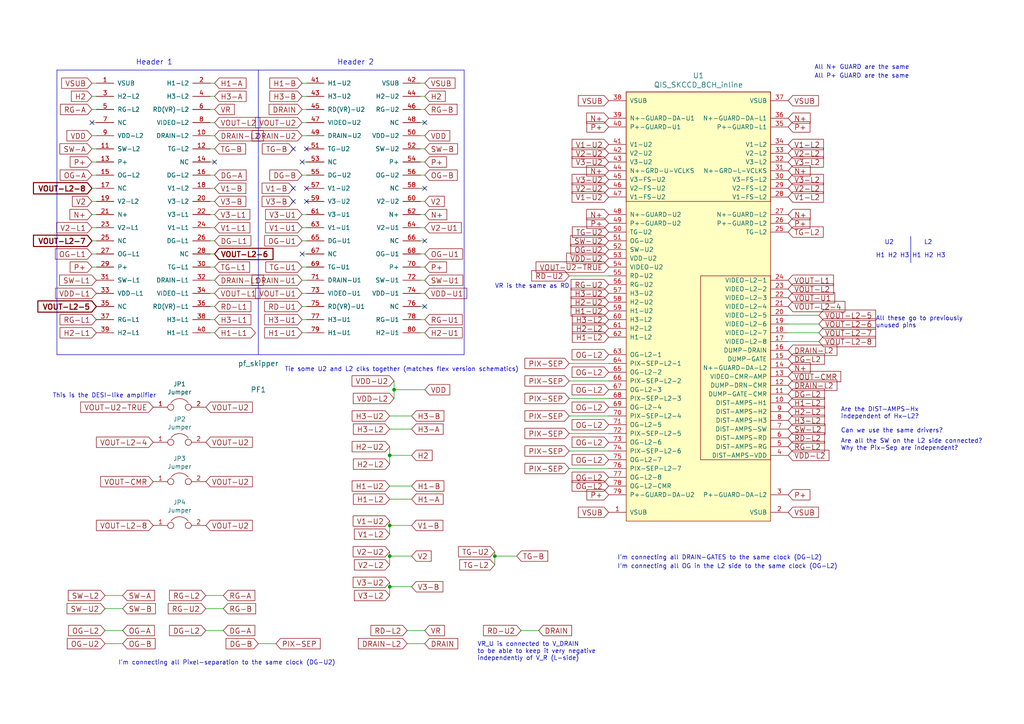
<source format=kicad_sch>
(kicad_sch (version 20230121) (generator eeschema)
  (paper "A4")
  (lib_symbols
    (symbol "mas_8ch_pf-rescue:Jumper-Device-qis_8ch_inline_pf-rescue" (pin_names (offset 0.762) hide)
      (property "Reference" "JP" (at 0 3.81 0))
      (property "Value" "qis_8ch_inline_pf-rescue_Jumper-Device" (at 0 -2.032 0))
      (symbol "Jumper-Device-qis_8ch_inline_pf-rescue_0_1"
        (pin passive line (at -7.62 0 0) (length 4.191) (name "1") (number "1"))
        (pin passive line (at 7.62 0 180) (length 4.191) (name "2") (number "2"))
      )
    )
    (symbol "mas_8ch_pf-rescue:QIS_SKCCD_8CH_inline-qis-qis_8ch_inline_pf-rescue" (pin_names (offset 1.016))
      (property "Reference" "U1" (at 1.905 78.4098 0))
      (property "Value" "QIS_SKCCD_8CH_inline" (at 1.905 75.7174 0))
      (symbol "QIS_SKCCD_8CH_inline-qis-qis_8ch_inline_pf-rescue_1_1"
        (pin bidirectional line (at -24.13 -48.26 0) (length 5.08) (name "VSUB") (number "1"))
        (pin bidirectional line (at 27.94 -16.51 180) (length 5.08) (name "DIST-AMPS-H1") (number "10"))
        (pin bidirectional line (at 27.94 -13.97 180) (length 5.08) (name "DUMP-GATE-CMR") (number "11"))
        (pin bidirectional line (at 27.94 -11.43 180) (length 5.08) (name "DUMP-DRN-CMR") (number "12"))
        (pin bidirectional line (at 27.94 -8.89 180) (length 5.08) (name "VIDEO-CMR-AMP") (number "13"))
        (pin bidirectional line (at 27.94 -6.35 180) (length 5.08) (name "N+-GUARD-DA-L2") (number "14"))
        (pin bidirectional line (at 27.94 -3.81 180) (length 5.08) (name "DUMP-GATE") (number "15"))
        (pin bidirectional line (at 27.94 -1.27 180) (length 5.08) (name "DUMP-DRAIN") (number "16"))
        (pin bidirectional line (at 27.94 1.27 180) (length 5.08) (name "VIDEO-L2-8") (number "17"))
        (pin bidirectional line (at 27.94 3.81 180) (length 5.08) (name "VIDEO-L2-7") (number "18"))
        (pin bidirectional line (at 27.94 6.35 180) (length 5.08) (name "VIDEO-L2-6") (number "19"))
        (pin bidirectional line (at 27.94 -48.26 180) (length 5.08) (name "VSUB") (number "2"))
        (pin bidirectional line (at 27.94 8.89 180) (length 5.08) (name "VIDEO-L2-5") (number "20"))
        (pin bidirectional line (at 27.94 11.43 180) (length 5.08) (name "VIDEO-L2-4") (number "21"))
        (pin bidirectional line (at 27.94 13.97 180) (length 5.08) (name "VIDEO-L2-3") (number "22"))
        (pin bidirectional line (at 27.94 16.51 180) (length 5.08) (name "VIDEO-L2-2") (number "23"))
        (pin bidirectional line (at 27.94 19.05 180) (length 5.08) (name "VIDEO-L2-1") (number "24"))
        (pin bidirectional line (at 27.94 33.02 180) (length 5.08) (name "TG-L2") (number "25"))
        (pin bidirectional line (at 27.94 35.56 180) (length 5.08) (name "P+-GUARD-L2") (number "26"))
        (pin bidirectional line (at 27.94 38.1 180) (length 5.08) (name "N+-GUARD-L2") (number "27"))
        (pin bidirectional line (at 27.94 43.18 180) (length 5.08) (name "V1-FS-L2") (number "28"))
        (pin bidirectional line (at 27.94 45.72 180) (length 5.08) (name "V2-FS-L2") (number "29"))
        (pin bidirectional line (at 27.94 -43.18 180) (length 5.08) (name "P+-GUARD-DA-L2") (number "3"))
        (pin bidirectional line (at 27.94 48.26 180) (length 5.08) (name "V3-FS-L2") (number "30"))
        (pin bidirectional line (at 27.94 50.8 180) (length 5.08) (name "N+-GRD-L-VCLKS") (number "31"))
        (pin bidirectional line (at 27.94 53.34 180) (length 5.08) (name "V3-L2") (number "32"))
        (pin bidirectional line (at 27.94 55.88 180) (length 5.08) (name "V2-L2") (number "33"))
        (pin bidirectional line (at 27.94 58.42 180) (length 5.08) (name "V1-L2") (number "34"))
        (pin bidirectional line (at 27.94 63.5 180) (length 5.08) (name "P+-GUARD-L1") (number "35"))
        (pin bidirectional line (at 27.94 66.04 180) (length 5.08) (name "N+-GUARD-DA-L1") (number "36"))
        (pin bidirectional line (at 27.94 71.12 180) (length 5.08) (name "VSUB") (number "37"))
        (pin bidirectional line (at -24.13 71.12 0) (length 5.08) (name "VSUB") (number "38"))
        (pin bidirectional line (at -24.13 66.04 0) (length 5.08) (name "N+-GUARD-DA-U1") (number "39"))
        (pin bidirectional line (at 27.94 -31.75 180) (length 5.08) (name "DIST-AMPS-VDD") (number "4"))
        (pin bidirectional line (at -24.13 63.5 0) (length 5.08) (name "P+-GUARD-U1") (number "40"))
        (pin bidirectional line (at -24.13 58.42 0) (length 5.08) (name "V1-U2") (number "41"))
        (pin bidirectional line (at -24.13 55.88 0) (length 5.08) (name "V2-U2") (number "42"))
        (pin bidirectional line (at -24.13 53.34 0) (length 5.08) (name "V3-U2") (number "43"))
        (pin bidirectional line (at -24.13 50.8 0) (length 5.08) (name "N+-GRD-U-VCLKS") (number "44"))
        (pin bidirectional line (at -24.13 48.26 0) (length 5.08) (name "V3-FS-U2") (number "45"))
        (pin bidirectional line (at -24.13 45.72 0) (length 5.08) (name "V2-FS-U2") (number "46"))
        (pin bidirectional line (at -24.13 43.18 0) (length 5.08) (name "V1-FS-U2") (number "47"))
        (pin bidirectional line (at -24.13 38.1 0) (length 5.08) (name "N+-GUARD-U2") (number "48"))
        (pin bidirectional line (at -24.13 35.56 0) (length 5.08) (name "P+-GUARD-U2") (number "49"))
        (pin bidirectional line (at 27.94 -29.21 180) (length 5.08) (name "DIST-AMPS-RG") (number "5"))
        (pin bidirectional line (at -24.13 33.02 0) (length 5.08) (name "TG-U2") (number "50"))
        (pin bidirectional line (at -24.13 30.48 0) (length 5.08) (name "OG-U2") (number "51"))
        (pin bidirectional line (at -24.13 27.94 0) (length 5.08) (name "SW-U2") (number "52"))
        (pin bidirectional line (at -24.13 25.4 0) (length 5.08) (name "VDD-U2") (number "53"))
        (pin bidirectional line (at -24.13 22.86 0) (length 5.08) (name "VIDEO-U2") (number "54"))
        (pin bidirectional line (at -24.13 20.32 0) (length 5.08) (name "RD-U2") (number "55"))
        (pin bidirectional line (at -24.13 17.78 0) (length 5.08) (name "RG-U2") (number "56"))
        (pin bidirectional line (at -24.13 15.24 0) (length 5.08) (name "H3-U2") (number "57"))
        (pin bidirectional line (at -24.13 12.7 0) (length 5.08) (name "H2-U2") (number "58"))
        (pin bidirectional line (at -24.13 10.16 0) (length 5.08) (name "H1-U2") (number "59"))
        (pin bidirectional line (at 27.94 -26.67 180) (length 5.08) (name "DIST-AMPS-RD") (number "6"))
        (pin bidirectional line (at -24.13 7.62 0) (length 5.08) (name "H3-L2") (number "60"))
        (pin bidirectional line (at -24.13 5.08 0) (length 5.08) (name "H2-L2") (number "61"))
        (pin bidirectional line (at -24.13 2.54 0) (length 5.08) (name "H1-L2") (number "62"))
        (pin bidirectional line (at -24.13 -2.54 0) (length 5.08) (name "OG-L2-1") (number "63"))
        (pin bidirectional line (at -24.13 -5.08 0) (length 5.08) (name "PIX-SEP-L2-1") (number "64"))
        (pin bidirectional line (at -24.13 -7.62 0) (length 5.08) (name "OG-L2-2") (number "65"))
        (pin bidirectional line (at -24.13 -10.16 0) (length 5.08) (name "PIX-SEP-L2-2") (number "66"))
        (pin bidirectional line (at -24.13 -12.7 0) (length 5.08) (name "OG-L2-3") (number "67"))
        (pin bidirectional line (at -24.13 -15.24 0) (length 5.08) (name "PIX-SEP-L2-3") (number "68"))
        (pin bidirectional line (at -24.13 -17.78 0) (length 5.08) (name "OG-L2-4") (number "69"))
        (pin bidirectional line (at 27.94 -24.13 180) (length 5.08) (name "DIST-AMPS-SW") (number "7"))
        (pin bidirectional line (at -24.13 -20.32 0) (length 5.08) (name "PIX-SEP-L2-4") (number "70"))
        (pin bidirectional line (at -24.13 -22.86 0) (length 5.08) (name "OG-L2-5") (number "71"))
        (pin bidirectional line (at -24.13 -25.4 0) (length 5.08) (name "PIX-SEP-L2-5") (number "72"))
        (pin bidirectional line (at -24.13 -27.94 0) (length 5.08) (name "OG-L2-6") (number "73"))
        (pin bidirectional line (at -24.13 -30.48 0) (length 5.08) (name "PIX-SEP-L2-6") (number "74"))
        (pin bidirectional line (at -24.13 -33.02 0) (length 5.08) (name "OG-L2-7") (number "75"))
        (pin bidirectional line (at -24.13 -35.56 0) (length 5.08) (name "PIX-SEP-L2-7") (number "76"))
        (pin bidirectional line (at -24.13 -38.1 0) (length 5.08) (name "OG-L2-8") (number "77"))
        (pin bidirectional line (at -24.13 -40.64 0) (length 5.08) (name "OG-L2-CMR") (number "78"))
        (pin bidirectional line (at -24.13 -43.18 0) (length 5.08) (name "P+-GUARD-DA-U2") (number "79"))
        (pin bidirectional line (at 27.94 -21.59 180) (length 5.08) (name "DIST-AMPS-H3") (number "8"))
        (pin bidirectional line (at 27.94 -19.05 180) (length 5.08) (name "DIST-AMPS-H2") (number "9"))
      )
    )
    (symbol "mas_8ch_pf-rescue:pf_skipper-smallSkipperPF-rescue" (pin_names (offset 1.016))
      (property "Reference" "PF" (at 0 -50.8 0))
      (property "Value" "smallSkipperPF-rescue_pf_skipper" (at 0 -43.18 0))
      (symbol "pf_skipper-smallSkipperPF-rescue_1_1"
        (pin input line (at -46.99 38.1 0) (length 5.08) (name "VSUB") (number "1"))
        (pin input line (at -13.97 22.86 180) (length 5.08) (name "DRAIN-L2") (number "10"))
        (pin input line (at -46.99 19.05 0) (length 5.08) (name "SW-L2") (number "11"))
        (pin input line (at -13.97 19.05 180) (length 5.08) (name "TG-L2") (number "12"))
        (pin input line (at -46.99 15.24 0) (length 5.08) (name "P+") (number "13"))
        (pin input line (at -13.97 15.24 180) (length 5.08) (name "NC") (number "14"))
        (pin input line (at -46.99 11.43 0) (length 5.08) (name "OG-L2") (number "15"))
        (pin input line (at -13.97 11.43 180) (length 5.08) (name "DG-L2") (number "16"))
        (pin input line (at -46.99 7.62 0) (length 5.08) (name "NC") (number "17"))
        (pin input line (at -13.97 7.62 180) (length 5.08) (name "V1-L2") (number "18"))
        (pin input line (at -46.99 3.81 0) (length 5.08) (name "V2-L2") (number "19"))
        (pin input line (at -13.97 38.1 180) (length 5.08) (name "H1-L2") (number "2"))
        (pin input line (at -13.97 3.81 180) (length 5.08) (name "V3-L2") (number "20"))
        (pin input line (at -46.99 0 0) (length 5.08) (name "N+") (number "21"))
        (pin input line (at -13.97 0 180) (length 5.08) (name "V3-L1") (number "22"))
        (pin input line (at -46.99 -3.81 0) (length 5.08) (name "V2-L1") (number "23"))
        (pin input line (at -13.97 -3.81 180) (length 5.08) (name "V1-L1") (number "24"))
        (pin input line (at -46.99 -7.62 0) (length 5.08) (name "NC") (number "25"))
        (pin input line (at -13.97 -7.62 180) (length 5.08) (name "DG-L1") (number "26"))
        (pin input line (at -46.99 -11.43 0) (length 5.08) (name "OG-L1") (number "27"))
        (pin input line (at -13.97 -11.43 180) (length 5.08) (name "NC") (number "28"))
        (pin input line (at -46.99 -15.24 0) (length 5.08) (name "P+") (number "29"))
        (pin input line (at -46.99 34.29 0) (length 5.08) (name "H2-L2") (number "3"))
        (pin input line (at -13.97 -15.24 180) (length 5.08) (name "TG-L1") (number "30"))
        (pin input line (at -46.99 -19.05 0) (length 5.08) (name "SW-L1") (number "31"))
        (pin input line (at -13.97 -19.05 180) (length 5.08) (name "DRAIN-L1") (number "32"))
        (pin input line (at -46.99 -22.86 0) (length 5.08) (name "VDD-L1") (number "33"))
        (pin input line (at -13.97 -22.86 180) (length 5.08) (name "VIDEO-L1") (number "34"))
        (pin input line (at -46.99 -26.67 0) (length 5.08) (name "NC") (number "35"))
        (pin input line (at -13.97 -26.67 180) (length 5.08) (name "RD(VR)-L1") (number "36"))
        (pin input line (at -46.99 -30.48 0) (length 5.08) (name "RG-L1") (number "37"))
        (pin input line (at -13.97 -30.48 180) (length 5.08) (name "H3-L1") (number "38"))
        (pin input line (at -46.99 -34.29 0) (length 5.08) (name "H2-L1") (number "39"))
        (pin input line (at -13.97 34.29 180) (length 5.08) (name "H3-L2") (number "4"))
        (pin input line (at -13.97 -34.29 180) (length 5.08) (name "H1-L1") (number "40"))
        (pin input line (at 13.97 38.1 0) (length 5.08) (name "H1-U2") (number "41"))
        (pin input line (at 46.99 38.1 180) (length 5.08) (name "VSUB") (number "42"))
        (pin input line (at 13.97 34.29 0) (length 5.08) (name "H3-U2") (number "43"))
        (pin input line (at 46.99 34.29 180) (length 5.08) (name "H2-U2") (number "44"))
        (pin input line (at 13.97 30.48 0) (length 5.08) (name "RD(VR)-U2") (number "45"))
        (pin input line (at 46.99 30.48 180) (length 5.08) (name "RG-U2") (number "46"))
        (pin input line (at 13.97 26.67 0) (length 5.08) (name "VIDEO-U2") (number "47"))
        (pin input line (at 46.99 26.67 180) (length 5.08) (name "NC") (number "48"))
        (pin input line (at 13.97 22.86 0) (length 5.08) (name "DRAIN-U2") (number "49"))
        (pin input line (at -46.99 30.48 0) (length 5.08) (name "RG-L2") (number "5"))
        (pin input line (at 46.99 22.86 180) (length 5.08) (name "VDD-U2") (number "50"))
        (pin input line (at 13.97 19.05 0) (length 5.08) (name "TG-U2") (number "51"))
        (pin input line (at 46.99 19.05 180) (length 5.08) (name "SW-U2") (number "52"))
        (pin input line (at 13.97 15.24 0) (length 5.08) (name "NC") (number "53"))
        (pin input line (at 46.99 15.24 180) (length 5.08) (name "P+") (number "54"))
        (pin input line (at 13.97 11.43 0) (length 5.08) (name "DG-U2") (number "55"))
        (pin input line (at 46.99 11.43 180) (length 5.08) (name "OG-U2") (number "56"))
        (pin input line (at 13.97 7.62 0) (length 5.08) (name "V1-U2") (number "57"))
        (pin input line (at 46.99 7.62 180) (length 5.08) (name "NC") (number "58"))
        (pin input line (at 13.97 3.81 0) (length 5.08) (name "V3-U2") (number "59"))
        (pin input line (at -13.97 30.48 180) (length 5.08) (name "RD(VR)-L2") (number "6"))
        (pin input line (at 46.99 3.81 180) (length 5.08) (name "V2-U2") (number "60"))
        (pin input line (at 13.97 0 0) (length 5.08) (name "V3-U1") (number "61"))
        (pin input line (at 46.99 0 180) (length 5.08) (name "N+") (number "62"))
        (pin input line (at 13.97 -3.81 0) (length 5.08) (name "V1-U1") (number "63"))
        (pin input line (at 46.99 -3.81 180) (length 5.08) (name "V2-U1") (number "64"))
        (pin input line (at 13.97 -7.62 0) (length 5.08) (name "DG-U1") (number "65"))
        (pin input line (at 46.99 -7.62 180) (length 5.08) (name "NC") (number "66"))
        (pin input line (at 13.97 -11.43 0) (length 5.08) (name "NC") (number "67"))
        (pin input line (at 46.99 -11.43 180) (length 5.08) (name "OG-U1") (number "68"))
        (pin input line (at 13.97 -15.24 0) (length 5.08) (name "TG-U1") (number "69"))
        (pin input line (at -46.99 26.67 0) (length 5.08) (name "NC") (number "7"))
        (pin input line (at 46.99 -15.24 180) (length 5.08) (name "P+") (number "70"))
        (pin input line (at 13.97 -19.05 0) (length 5.08) (name "DRAIN-U1") (number "71"))
        (pin input line (at 46.99 -19.05 180) (length 5.08) (name "SW-U1") (number "72"))
        (pin input line (at 13.97 -22.86 0) (length 5.08) (name "VIDEO-U1") (number "73"))
        (pin input line (at 46.99 -22.86 180) (length 5.08) (name "VDD-U1") (number "74"))
        (pin input line (at 13.97 -26.67 0) (length 5.08) (name "RD(VR)-U1") (number "75"))
        (pin input line (at 46.99 -26.67 180) (length 5.08) (name "NC") (number "76"))
        (pin input line (at 13.97 -30.48 0) (length 5.08) (name "H3-U1") (number "77"))
        (pin input line (at 46.99 -30.48 180) (length 5.08) (name "RG-U1") (number "78"))
        (pin input line (at 13.97 -34.29 0) (length 5.08) (name "H1-U1") (number "79"))
        (pin input line (at -13.97 26.67 180) (length 5.08) (name "VIDEO-L2") (number "8"))
        (pin input line (at 46.99 -34.29 180) (length 5.08) (name "H2-U1") (number "80"))
        (pin input line (at -46.99 22.86 0) (length 5.08) (name "VDD-L2") (number "9"))
      )
    )
  )
  (junction (at 113.03 132.08))
  (junction (at 113.03 161.29))
  (junction (at 114.3 113.03))
  (junction (at 113.03 170.18))
  (junction (at 113.03 152.4))
  (junction (at 143.51 161.29))
  (no_connect (at 62.23 46.99))
  (no_connect (at 26.67 35.56))
  (no_connect (at 88.9 43.18))
  (no_connect (at 88.9 58.42))
  (no_connect (at 123.19 54.61))
  (no_connect (at 123.19 35.56))
  (no_connect (at 85.09 54.61))
  (no_connect (at 88.9 54.61))
  (no_connect (at 85.09 43.18))
  (no_connect (at 123.19 69.85))
  (no_connect (at 123.19 88.9))
  (no_connect (at 85.09 58.42))
  (no_connect (at 87.63 73.66))
  (no_connect (at 87.63 46.99))
  (wire (pts (xy 62.23 24.13) (xy 60.96 24.13)))
  (wire (pts (xy 113.03 151.13) (xy 113.03 152.4)))
  (wire (pts (xy 62.23 62.23) (xy 60.96 62.23)))
  (wire (pts (xy 60.96 66.04) (xy 62.23 66.04)))
  (wire (pts (xy 121.92 46.99) (xy 123.19 46.99)))
  (wire (pts (xy 27.94 77.47) (xy 26.67 77.47)))
  (wire (pts (xy 114.3 113.03) (xy 123.19 113.03)))
  (wire (pts (xy 113.03 140.97) (xy 119.38 140.97)))
  (wire (pts (xy 30.48 186.69) (xy 35.56 186.69)))
  (wire (pts (xy 60.96 85.09) (xy 62.23 85.09)))
  (wire (pts (xy 88.9 81.28) (xy 87.63 81.28)))
  (wire (pts (xy 59.69 172.72) (xy 64.77 172.72)))
  (wire (pts (xy 62.23 54.61) (xy 60.96 54.61)))
  (wire (pts (xy 123.19 58.42) (xy 121.92 58.42)))
  (wire (pts (xy 165.1 80.01) (xy 176.53 80.01)))
  (wire (pts (xy 123.19 81.28) (xy 121.92 81.28)))
  (wire (pts (xy 176.53 110.49) (xy 165.1 110.49)))
  (wire (pts (xy 228.6 99.06) (xy 237.49 99.06)))
  (wire (pts (xy 27.94 69.85) (xy 26.67 69.85)))
  (wire (pts (xy 123.19 27.94) (xy 121.92 27.94)))
  (polyline (pts (xy 134.62 20.32) (xy 134.62 102.87)))
  (wire (pts (xy 176.53 130.81) (xy 165.1 130.81)))
  (wire (pts (xy 123.19 88.9) (xy 121.92 88.9)))
  (wire (pts (xy 88.9 35.56) (xy 87.63 35.56)))
  (wire (pts (xy 26.67 73.66) (xy 27.94 73.66)))
  (wire (pts (xy 113.03 168.91) (xy 113.03 170.18)))
  (wire (pts (xy 74.93 186.69) (xy 80.01 186.69)))
  (wire (pts (xy 121.92 43.18) (xy 123.19 43.18)))
  (wire (pts (xy 121.92 66.04) (xy 123.19 66.04)))
  (polyline (pts (xy 16.51 102.87) (xy 16.51 20.32)))
  (wire (pts (xy 113.03 129.54) (xy 113.03 132.08)))
  (wire (pts (xy 113.03 120.65) (xy 119.38 120.65)))
  (wire (pts (xy 113.03 161.29) (xy 113.03 163.83)))
  (wire (pts (xy 60.96 81.28) (xy 62.23 81.28)))
  (wire (pts (xy 114.3 110.49) (xy 114.3 113.03)))
  (wire (pts (xy 30.48 172.72) (xy 35.56 172.72)))
  (wire (pts (xy 60.96 73.66) (xy 62.23 73.66)))
  (wire (pts (xy 143.51 161.29) (xy 149.86 161.29)))
  (wire (pts (xy 113.03 170.18) (xy 113.03 172.72)))
  (wire (pts (xy 123.19 85.09) (xy 121.92 85.09)))
  (wire (pts (xy 113.03 132.08) (xy 119.38 132.08)))
  (wire (pts (xy 123.19 96.52) (xy 121.92 96.52)))
  (wire (pts (xy 88.9 73.66) (xy 87.63 73.66)))
  (wire (pts (xy 26.67 66.04) (xy 27.94 66.04)))
  (wire (pts (xy 87.63 66.04) (xy 88.9 66.04)))
  (wire (pts (xy 113.03 161.29) (xy 119.38 161.29)))
  (wire (pts (xy 30.48 182.88) (xy 35.56 182.88)))
  (wire (pts (xy 118.11 186.69) (xy 123.19 186.69)))
  (wire (pts (xy 113.03 124.46) (xy 119.38 124.46)))
  (wire (pts (xy 176.53 115.57) (xy 165.1 115.57)))
  (wire (pts (xy 87.63 46.99) (xy 88.9 46.99)))
  (wire (pts (xy 113.03 152.4) (xy 119.38 152.4)))
  (wire (pts (xy 62.23 92.71) (xy 60.96 92.71)))
  (wire (pts (xy 143.51 161.29) (xy 143.51 163.83)))
  (wire (pts (xy 121.92 62.23) (xy 123.19 62.23)))
  (wire (pts (xy 113.03 160.02) (xy 113.03 161.29)))
  (polyline (pts (xy 74.93 20.32) (xy 74.93 102.87)))
  (wire (pts (xy 88.9 92.71) (xy 87.63 92.71)))
  (wire (pts (xy 60.96 69.85) (xy 62.23 69.85)))
  (wire (pts (xy 60.96 39.37) (xy 62.23 39.37)))
  (wire (pts (xy 87.63 69.85) (xy 88.9 69.85)))
  (wire (pts (xy 26.67 54.61) (xy 27.94 54.61)))
  (wire (pts (xy 26.67 35.56) (xy 27.94 35.56)))
  (wire (pts (xy 30.48 176.53) (xy 35.56 176.53)))
  (wire (pts (xy 27.94 43.18) (xy 26.67 43.18)))
  (wire (pts (xy 88.9 62.23) (xy 87.63 62.23)))
  (wire (pts (xy 59.69 182.88) (xy 64.77 182.88)))
  (wire (pts (xy 60.96 43.18) (xy 62.23 43.18)))
  (wire (pts (xy 60.96 50.8) (xy 62.23 50.8)))
  (wire (pts (xy 26.67 39.37) (xy 27.94 39.37)))
  (wire (pts (xy 176.53 135.89) (xy 165.1 135.89)))
  (wire (pts (xy 88.9 50.8) (xy 87.63 50.8)))
  (wire (pts (xy 121.92 35.56) (xy 123.19 35.56)))
  (wire (pts (xy 113.03 152.4) (xy 113.03 154.94)))
  (wire (pts (xy 237.49 96.52) (xy 228.6 96.52)))
  (wire (pts (xy 62.23 46.99) (xy 60.96 46.99)))
  (polyline (pts (xy 16.51 102.87) (xy 134.62 102.87)))
  (wire (pts (xy 87.63 31.75) (xy 88.9 31.75)))
  (wire (pts (xy 118.11 182.88) (xy 123.19 182.88)))
  (wire (pts (xy 26.67 46.99) (xy 27.94 46.99)))
  (wire (pts (xy 62.23 96.52) (xy 60.96 96.52)))
  (wire (pts (xy 26.67 58.42) (xy 27.94 58.42)))
  (wire (pts (xy 27.94 62.23) (xy 26.67 62.23)))
  (wire (pts (xy 123.19 39.37) (xy 121.92 39.37)))
  (wire (pts (xy 176.53 125.73) (xy 165.1 125.73)))
  (wire (pts (xy 60.96 35.56) (xy 62.23 35.56)))
  (wire (pts (xy 237.49 91.44) (xy 228.6 91.44)))
  (wire (pts (xy 228.6 93.98) (xy 237.49 93.98)))
  (wire (pts (xy 123.19 77.47) (xy 121.92 77.47)))
  (wire (pts (xy 87.63 27.94) (xy 88.9 27.94)))
  (wire (pts (xy 121.92 54.61) (xy 123.19 54.61)))
  (wire (pts (xy 113.03 170.18) (xy 119.38 170.18)))
  (wire (pts (xy 88.9 39.37) (xy 87.63 39.37)))
  (wire (pts (xy 87.63 88.9) (xy 88.9 88.9)))
  (wire (pts (xy 123.19 92.71) (xy 121.92 92.71)))
  (wire (pts (xy 123.19 24.13) (xy 121.92 24.13)))
  (wire (pts (xy 87.63 96.52) (xy 88.9 96.52)))
  (wire (pts (xy 87.63 24.13) (xy 88.9 24.13)))
  (polyline (pts (xy 16.51 20.32) (xy 134.62 20.32)))
  (wire (pts (xy 60.96 31.75) (xy 62.23 31.75)))
  (wire (pts (xy 59.69 176.53) (xy 64.77 176.53)))
  (wire (pts (xy 26.67 24.13) (xy 27.94 24.13)))
  (wire (pts (xy 26.67 31.75) (xy 27.94 31.75)))
  (wire (pts (xy 62.23 88.9) (xy 60.96 88.9)))
  (wire (pts (xy 113.03 132.08) (xy 113.03 134.62)))
  (wire (pts (xy 87.63 77.47) (xy 88.9 77.47)))
  (wire (pts (xy 121.92 50.8) (xy 123.19 50.8)))
  (wire (pts (xy 60.96 77.47) (xy 62.23 77.47)))
  (wire (pts (xy 62.23 27.94) (xy 60.96 27.94)))
  (wire (pts (xy 176.53 120.65) (xy 165.1 120.65)))
  (wire (pts (xy 113.03 144.78) (xy 119.38 144.78)))
  (wire (pts (xy 123.19 69.85) (xy 121.92 69.85)))
  (polyline (pts (xy 264.16 68.58) (xy 264.16 76.2)))
  (wire (pts (xy 60.96 58.42) (xy 62.23 58.42)))
  (wire (pts (xy 88.9 85.09) (xy 87.63 85.09)))
  (wire (pts (xy 123.19 73.66) (xy 121.92 73.66)))
  (wire (pts (xy 26.67 27.94) (xy 27.94 27.94)))
  (wire (pts (xy 114.3 113.03) (xy 114.3 115.57)))
  (wire (pts (xy 151.13 182.88) (xy 156.21 182.88)))
  (wire (pts (xy 176.53 105.41) (xy 165.1 105.41)))
  (wire (pts (xy 27.94 50.8) (xy 26.67 50.8)))
  (wire (pts (xy 121.92 31.75) (xy 123.19 31.75)))
  (wire (pts (xy 143.51 160.02) (xy 143.51 161.29)))
  (text "U2" (at 256.54 71.12 0) (effects (font (size 1.27 1.27)) (justify left bottom)))
  (text "Are all the SW on the L2 side connected?\nWhy the Pix-Sep are independent?" (at 243.84 130.81 0) (effects (font (size 1.27 1.27)) (justify left bottom)))
  (text "Header 2" (at 97.79 19.05 0) (effects (font (size 1.524 1.524)) (justify left bottom)))
  (text "Header 1" (at 39.37 19.05 0) (effects (font (size 1.524 1.524)) (justify left bottom)))
  (text "Are the DIST-AMPS-Hx \nindependent of Hx-L2?\n\nCan we use the same drivers?" (at 243.84 125.73 0) (effects (font (size 1.27 1.27)) (justify left bottom)))
  (text "L2" (at 267.97 71.12 0) (effects (font (size 1.27 1.27)) (justify left bottom)))
  (text "VR_U is connected to V_DRAIN \nto be able to keep it very negative\nindependently of V_R (L-side)" (at 138.43 191.77 0) (effects (font (size 1.27 1.27)) (justify left bottom)))
  (text "All N+ GUARD are the same" (at 236.22 20.32 0) (effects (font (size 1.27 1.27)) (justify left bottom)))
  (text "I'm connecting all DRAIN-GATES to the same clock (DG-L2)" (at 179.07 162.56 0) (effects (font (size 1.27 1.27)) (justify left bottom)))
  (text "I'm connecting all Pixel-separation to the same clock (DG-U2)" (at 34.29 193.04 0) (effects (font (size 1.27 1.27)) (justify left bottom)))
  (text "All P+ GUARD are the same" (at 236.22 22.86 0) (effects (font (size 1.27 1.27)) (justify left bottom)))
  (text "H1 H2 H3 H1 H2 H3" (at 254 74.93 0) (effects (font (size 1.27 1.27)) (justify left bottom)))
  (text "I'm connecting all OG in the L2 side to the same clock (OG-L2)" (at 179.07 165.1 0) (effects (font (size 1.27 1.27)) (justify left bottom)))
  (text "Tie some U2 and L2 clks together (matches flex version schematics)" (at 82.55 107.95 0) (effects (font (size 1.27 1.27)) (justify left bottom)))
  (text "This is the DESI-like amplifier" (at 15.24 115.57 0) (effects (font (size 1.27 1.27)) (justify left bottom)))
  (text "VR is the same as RD" (at 143.51 83.82 0) (effects (font (size 1.27 1.27)) (justify left bottom)))
  (text "All these go to previously \nunused pins" (at 254 95.25 0) (effects (font (size 1.27 1.27)) (justify left bottom)))
  (global_label "DG-L2" (shape input) (at 59.69 182.88 180) (effects (font (size 1.524 1.524))) (property "Intersheetrefs" "${INTERSHEET_REFS}" (effects hide)))
  (global_label "P+" (shape input) (at 26.67 46.99 180) (effects (font (size 1.524 1.524))) (property "Intersheetrefs" "${INTERSHEET_REFS}" (effects hide)))
  (global_label "V2" (shape input) (at 26.67 58.42 180) (effects (font (size 1.524 1.524))) (property "Intersheetrefs" "${INTERSHEET_REFS}" (effects hide)))
  (global_label "VSUB" (shape input) (at 228.6 148.59 0) (effects (font (size 1.524 1.524))) (property "Intersheetrefs" "${INTERSHEET_REFS}" (effects hide)))
  (global_label "VOUT-CMR" (shape input) (at 44.45 139.7 180) (effects (font (size 1.524 1.524))) (property "Intersheetrefs" "${INTERSHEET_REFS}" (effects hide)))
  (global_label "PIX-SEP" (shape input) (at 165.1 120.65 180) (effects (font (size 1.524 1.524))) (property "Intersheetrefs" "${INTERSHEET_REFS}" (effects hide)))
  (global_label "OG-L2" (shape input) (at 176.53 118.11 180) (effects (font (size 1.524 1.524))) (property "Intersheetrefs" "${INTERSHEET_REFS}" (effects hide)))
  (global_label "DG-A" (shape input) (at 64.77 182.88 0) (effects (font (size 1.524 1.524))) (property "Intersheetrefs" "${INTERSHEET_REFS}" (effects hide)))
  (global_label "TG-U2" (shape input) (at 143.51 160.02 180) (effects (font (size 1.524 1.524))) (property "Intersheetrefs" "${INTERSHEET_REFS}" (effects hide)))
  (global_label "SW-U2" (shape input) (at 30.48 176.53 180) (effects (font (size 1.524 1.524))) (property "Intersheetrefs" "${INTERSHEET_REFS}" (effects hide)))
  (global_label "V3-U2" (shape input) (at 176.53 52.07 180) (effects (font (size 1.524 1.524))) (property "Intersheetrefs" "${INTERSHEET_REFS}" (effects hide)))
  (global_label "V1-B" (shape input) (at 62.23 54.61 0) (effects (font (size 1.524 1.524))) (property "Intersheetrefs" "${INTERSHEET_REFS}" (effects hide)))
  (global_label "H1-U2" (shape input) (at 176.53 90.17 180) (effects (font (size 1.524 1.524))) (property "Intersheetrefs" "${INTERSHEET_REFS}" (effects hide)))
  (global_label "VOUT-L2-6" (shape input) (at 237.49 93.98 0) (effects (font (size 1.524 1.524))) (property "Intersheetrefs" "${INTERSHEET_REFS}" (effects hide)))
  (global_label "H2-L1" (shape input) (at 27.94 96.52 180) (effects (font (size 1.524 1.524))) (property "Intersheetrefs" "${INTERSHEET_REFS}" (effects hide)))
  (global_label "VOUT-L2" (shape input) (at 62.23 35.56 0) (effects (font (size 1.524 1.524))) (property "Intersheetrefs" "${INTERSHEET_REFS}" (effects hide)))
  (global_label "DRAIN-L2" (shape input) (at 228.6 101.6 0) (effects (font (size 1.524 1.524))) (property "Intersheetrefs" "${INTERSHEET_REFS}" (effects hide)))
  (global_label "VOUT-U2-TRUE" (shape input) (at 44.45 118.11 180) (effects (font (size 1.524 1.524))) (property "Intersheetrefs" "${INTERSHEET_REFS}" (effects hide)))
  (global_label "N+" (shape input) (at 123.19 62.23 0) (effects (font (size 1.524 1.524))) (property "Intersheetrefs" "${INTERSHEET_REFS}" (effects hide)))
  (global_label "V2-L1" (shape input) (at 26.67 66.04 180) (effects (font (size 1.524 1.524))) (property "Intersheetrefs" "${INTERSHEET_REFS}" (effects hide)))
  (global_label "H3-A" (shape input) (at 62.23 27.94 0) (effects (font (size 1.524 1.524))) (property "Intersheetrefs" "${INTERSHEET_REFS}" (effects hide)))
  (global_label "DG-B" (shape input) (at 74.93 186.69 180) (effects (font (size 1.524 1.524))) (property "Intersheetrefs" "${INTERSHEET_REFS}" (effects hide)))
  (global_label "P+" (shape input) (at 228.6 36.83 0) (effects (font (size 1.524 1.524))) (property "Intersheetrefs" "${INTERSHEET_REFS}" (effects hide)))
  (global_label "P+" (shape input) (at 123.19 77.47 0) (effects (font (size 1.524 1.524))) (property "Intersheetrefs" "${INTERSHEET_REFS}" (effects hide)))
  (global_label "H1-L2" (shape input) (at 176.53 97.79 180) (effects (font (size 1.524 1.524))) (property "Intersheetrefs" "${INTERSHEET_REFS}" (effects hide)))
  (global_label "H3-U2" (shape input) (at 113.03 120.65 180) (effects (font (size 1.524 1.524))) (property "Intersheetrefs" "${INTERSHEET_REFS}" (effects hide)))
  (global_label "RD-L2" (shape input) (at 228.6 127 0) (effects (font (size 1.524 1.524))) (property "Intersheetrefs" "${INTERSHEET_REFS}" (effects hide)))
  (global_label "VOUT-L2-7" (shape input) (at 237.49 96.52 0) (effects (font (size 1.524 1.524))) (property "Intersheetrefs" "${INTERSHEET_REFS}" (effects hide)))
  (global_label "VOUT-U2" (shape input) (at 87.63 35.56 180) (effects (font (size 1.524 1.524))) (property "Intersheetrefs" "${INTERSHEET_REFS}" (effects hide)))
  (global_label "N+" (shape input) (at 228.6 62.23 0) (effects (font (size 1.524 1.524))) (property "Intersheetrefs" "${INTERSHEET_REFS}" (effects hide)))
  (global_label "DG-L1" (shape input) (at 62.23 69.85 0) (effects (font (size 1.524 1.524))) (property "Intersheetrefs" "${INTERSHEET_REFS}" (effects hide)))
  (global_label "SW-A" (shape input) (at 35.56 172.72 0) (effects (font (size 1.524 1.524))) (property "Intersheetrefs" "${INTERSHEET_REFS}" (effects hide)))
  (global_label "H1-L2" (shape input) (at 113.03 144.78 180) (effects (font (size 1.524 1.524))) (property "Intersheetrefs" "${INTERSHEET_REFS}" (effects hide)))
  (global_label "VDD" (shape input) (at 123.19 113.03 0) (effects (font (size 1.524 1.524))) (property "Intersheetrefs" "${INTERSHEET_REFS}" (effects hide)))
  (global_label "RG-A" (shape input) (at 26.67 31.75 180) (effects (font (size 1.524 1.524))) (property "Intersheetrefs" "${INTERSHEET_REFS}" (effects hide)))
  (global_label "N+" (shape input) (at 176.53 34.29 180) (effects (font (size 1.524 1.524))) (property "Intersheetrefs" "${INTERSHEET_REFS}" (effects hide)))
  (global_label "SW-U1" (shape input) (at 123.19 81.28 0) (effects (font (size 1.524 1.524))) (property "Intersheetrefs" "${INTERSHEET_REFS}" (effects hide)))
  (global_label "DRAIN-L2" (shape input) (at 62.23 39.37 0) (effects (font (size 1.524 1.524))) (property "Intersheetrefs" "${INTERSHEET_REFS}" (effects hide)))
  (global_label "VSUB" (shape input) (at 176.53 148.59 180) (effects (font (size 1.524 1.524))) (property "Intersheetrefs" "${INTERSHEET_REFS}" (effects hide)))
  (global_label "RG-L2" (shape input) (at 228.6 129.54 0) (effects (font (size 1.524 1.524))) (property "Intersheetrefs" "${INTERSHEET_REFS}" (effects hide)))
  (global_label "V1-B" (shape input) (at 85.09 54.61 180) (effects (font (size 1.524 1.524))) (property "Intersheetrefs" "${INTERSHEET_REFS}" (effects hide)))
  (global_label "VOUT-U1" (shape input) (at 87.63 85.09 180) (effects (font (size 1.524 1.524))) (property "Intersheetrefs" "${INTERSHEET_REFS}" (effects hide)))
  (global_label "VOUT-U1" (shape input) (at 228.6 86.36 0) (effects (font (size 1.524 1.524))) (property "Intersheetrefs" "${INTERSHEET_REFS}" (effects hide)))
  (global_label "TG-L1" (shape input) (at 62.23 77.47 0) (effects (font (size 1.524 1.524))) (property "Intersheetrefs" "${INTERSHEET_REFS}" (effects hide)))
  (global_label "P+" (shape input) (at 228.6 64.77 0) (effects (font (size 1.524 1.524))) (property "Intersheetrefs" "${INTERSHEET_REFS}" (effects hide)))
  (global_label "SW-B" (shape input) (at 35.56 176.53 0) (effects (font (size 1.524 1.524))) (property "Intersheetrefs" "${INTERSHEET_REFS}" (effects hide)))
  (global_label "N+" (shape input) (at 26.67 62.23 180) (effects (font (size 1.524 1.524))) (property "Intersheetrefs" "${INTERSHEET_REFS}" (effects hide)))
  (global_label "H3-L2" (shape input) (at 176.53 92.71 180) (effects (font (size 1.524 1.524))) (property "Intersheetrefs" "${INTERSHEET_REFS}" (effects hide)))
  (global_label "H1-B" (shape input) (at 87.63 24.13 180) (effects (font (size 1.524 1.524))) (property "Intersheetrefs" "${INTERSHEET_REFS}" (effects hide)))
  (global_label "VOUT-L1" (shape input) (at 228.6 81.28 0) (effects (font (size 1.524 1.524))) (property "Intersheetrefs" "${INTERSHEET_REFS}" (effects hide)))
  (global_label "V1-U2" (shape input) (at 176.53 57.15 180) (effects (font (size 1.524 1.524))) (property "Intersheetrefs" "${INTERSHEET_REFS}" (effects hide)))
  (global_label "VSUB" (shape input) (at 26.67 24.13 180) (effects (font (size 1.524 1.524))) (property "Intersheetrefs" "${INTERSHEET_REFS}" (effects hide)))
  (global_label "H3-L2" (shape input) (at 113.03 124.46 180) (effects (font (size 1.524 1.524))) (property "Intersheetrefs" "${INTERSHEET_REFS}" (effects hide)))
  (global_label "SW-U2" (shape input) (at 176.53 69.85 180) (effects (font (size 1.524 1.524))) (property "Intersheetrefs" "${INTERSHEET_REFS}" (effects hide)))
  (global_label "P+" (shape input) (at 123.19 46.99 0) (effects (font (size 1.524 1.524))) (property "Intersheetrefs" "${INTERSHEET_REFS}" (effects hide)))
  (global_label "V1-L2" (shape input) (at 228.6 41.91 0) (effects (font (size 1.524 1.524))) (property "Intersheetrefs" "${INTERSHEET_REFS}" (effects hide)))
  (global_label "DRAIN-U1" (shape input) (at 87.63 81.28 180) (effects (font (size 1.524 1.524))) (property "Intersheetrefs" "${INTERSHEET_REFS}" (effects hide)))
  (global_label "DRAIN" (shape input) (at 123.19 186.69 0) (effects (font (size 1.524 1.524))) (property "Intersheetrefs" "${INTERSHEET_REFS}" (effects hide)))
  (global_label "H3-U1" (shape input) (at 87.63 92.71 180) (effects (font (size 1.524 1.524))) (property "Intersheetrefs" "${INTERSHEET_REFS}" (effects hide)))
  (global_label "TG-U2" (shape input) (at 176.53 67.31 180) (effects (font (size 1.524 1.524))) (property "Intersheetrefs" "${INTERSHEET_REFS}" (effects hide)))
  (global_label "VOUT-L2-8" (shape input) (at 44.45 152.4 180) (effects (font (size 1.524 1.524))) (property "Intersheetrefs" "${INTERSHEET_REFS}" (effects hide)))
  (global_label "SW-L2" (shape input) (at 228.6 124.46 0) (effects (font (size 1.524 1.524))) (property "Intersheetrefs" "${INTERSHEET_REFS}" (effects hide)))
  (global_label "H1-B" (shape input) (at 119.38 140.97 0) (effects (font (size 1.524 1.524))) (property "Intersheetrefs" "${INTERSHEET_REFS}" (effects hide)))
  (global_label "V3-U1" (shape input) (at 87.63 62.23 180) (effects (font (size 1.524 1.524))) (property "Intersheetrefs" "${INTERSHEET_REFS}" (effects hide)))
  (global_label "VOUT-L1" (shape input) (at 62.23 85.09 0) (effects (font (size 1.524 1.524))) (property "Intersheetrefs" "${INTERSHEET_REFS}" (effects hide)))
  (global_label "VR" (shape input) (at 123.19 182.88 0) (effects (font (size 1.524 1.524))) (property "Intersheetrefs" "${INTERSHEET_REFS}" (effects hide)))
  (global_label "RG-U1" (shape input) (at 123.19 92.71 0) (effects (font (size 1.524 1.524))) (property "Intersheetrefs" "${INTERSHEET_REFS}" (effects hide)))
  (global_label "VOUT-L2-8" (shape input) (at 237.49 99.06 0) (effects (font (size 1.524 1.524))) (property "Intersheetrefs" "${INTERSHEET_REFS}" (effects hide)))
  (global_label "V3-L1" (shape input) (at 62.23 62.23 0) (effects (font (size 1.524 1.524))) (property "Intersheetrefs" "${INTERSHEET_REFS}" (effects hide)))
  (global_label "VDD-U1" (shape input) (at 123.19 85.09 0) (effects (font (size 1.524 1.524))) (property "Intersheetrefs" "${INTERSHEET_REFS}" (effects hide)))
  (global_label "RD-U1" (shape input) (at 87.63 88.9 180) (effects (font (size 1.524 1.524))) (property "Intersheetrefs" "${INTERSHEET_REFS}" (effects hide)))
  (global_label "V1-L2" (shape input) (at 113.03 154.94 180) (effects (font (size 1.524 1.524))) (property "Intersheetrefs" "${INTERSHEET_REFS}" (effects hide)))
  (global_label "N+" (shape input) (at 176.53 62.23 180) (effects (font (size 1.524 1.524))) (property "Intersheetrefs" "${INTERSHEET_REFS}" (effects hide)))
  (global_label "VOUT-CMR" (shape input) (at 228.6 109.22 0) (effects (font (size 1.524 1.524))) (property "Intersheetrefs" "${INTERSHEET_REFS}" (effects hide)))
  (global_label "H2-U2" (shape input) (at 113.03 129.54 180) (effects (font (size 1.524 1.524))) (property "Intersheetrefs" "${INTERSHEET_REFS}" (effects hide)))
  (global_label "RG-B" (shape input) (at 123.19 31.75 0) (effects (font (size 1.524 1.524))) (property "Intersheetrefs" "${INTERSHEET_REFS}" (effects hide)))
  (global_label "DRAIN-L2" (shape input) (at 118.11 186.69 180) (effects (font (size 1.524 1.524))) (property "Intersheetrefs" "${INTERSHEET_REFS}" (effects hide)))
  (global_label "H2-U1" (shape input) (at 123.19 96.52 0) (effects (font (size 1.524 1.524))) (property "Intersheetrefs" "${INTERSHEET_REFS}" (effects hide)))
  (global_label "TG-B" (shape input) (at 85.09 43.18 180) (effects (font (size 1.524 1.524))) (property "Intersheetrefs" "${INTERSHEET_REFS}" (effects hide)))
  (global_label "DG-B" (shape input) (at 87.63 50.8 180) (effects (font (size 1.524 1.524))) (property "Intersheetrefs" "${INTERSHEET_REFS}" (effects hide)))
  (global_label "TG-L2" (shape input) (at 143.51 163.83 180) (effects (font (size 1.524 1.524))) (property "Intersheetrefs" "${INTERSHEET_REFS}" (effects hide)))
  (global_label "VOUT-U2-TRUE" (shape input) (at 176.53 77.47 180) (effects (font (size 1.524 1.524))) (property "Intersheetrefs" "${INTERSHEET_REFS}" (effects hide)))
  (global_label "RG-U2" (shape input) (at 176.53 82.55 180) (effects (font (size 1.524 1.524))) (property "Intersheetrefs" "${INTERSHEET_REFS}" (effects hide)))
  (global_label "OG-L1" (shape input) (at 26.67 73.66 180) (effects (font (size 1.524 1.524))) (property "Intersheetrefs" "${INTERSHEET_REFS}" (effects hide)))
  (global_label "VOUT-L2-6" (shape input) (at 62.23 73.66 0) (effects (font (size 1.524 1.524) (thickness 0.3048) bold)) (property "Intersheetrefs" "${INTERSHEET_REFS}" (effects hide)))
  (global_label "OG-L2" (shape input) (at 176.53 102.87 180) (effects (font (size 1.524 1.524))) (property "Intersheetrefs" "${INTERSHEET_REFS}" (effects hide)))
  (global_label "DG-U1" (shape input) (at 87.63 69.85 180) (effects (font (size 1.524 1.524))) (property "Intersheetrefs" "${INTERSHEET_REFS}" (effects hide)))
  (global_label "H1-U2" (shape input) (at 113.03 140.97 180) (effects (font (size 1.524 1.524))) (property "Intersheetrefs" "${INTERSHEET_REFS}" (effects hide)))
  (global_label "RG-L2" (shape input) (at 59.69 172.72 180) (effects (font (size 1.524 1.524))) (property "Intersheetrefs" "${INTERSHEET_REFS}" (effects hide)))
  (global_label "V3-B" (shape input) (at 119.38 170.18 0) (effects (font (size 1.524 1.524))) (property "Intersheetrefs" "${INTERSHEET_REFS}" (effects hide)))
  (global_label "OG-L2" (shape input) (at 176.53 140.97 180) (effects (font (size 1.524 1.524))) (property "Intersheetrefs" "${INTERSHEET_REFS}" (effects hide)))
  (global_label "RG-B" (shape input) (at 64.77 176.53 0) (effects (font (size 1.524 1.524))) (property "Intersheetrefs" "${INTERSHEET_REFS}" (effects hide)))
  (global_label "OG-U2" (shape input) (at 176.53 72.39 180) (effects (font (size 1.524 1.524))) (property "Intersheetrefs" "${INTERSHEET_REFS}" (effects hide)))
  (global_label "OG-L2" (shape input) (at 176.53 123.19 180) (effects (font (size 1.524 1.524))) (property "Intersheetrefs" "${INTERSHEET_REFS}" (effects hide)))
  (global_label "V2" (shape input) (at 123.19 58.42 0) (effects (font (size 1.524 1.524))) (property "Intersheetrefs" "${INTERSHEET_REFS}" (effects hide)))
  (global_label "VDD" (shape input) (at 123.19 39.37 0) (effects (font (size 1.524 1.524))) (property "Intersheetrefs" "${INTERSHEET_REFS}" (effects hide)))
  (global_label "PIX-SEP" (shape input) (at 165.1 105.41 180) (effects (font (size 1.524 1.524))) (property "Intersheetrefs" "${INTERSHEET_REFS}" (effects hide)))
  (global_label "OG-L2" (shape input) (at 176.53 138.43 180) (effects (font (size 1.524 1.524))) (property "Intersheetrefs" "${INTERSHEET_REFS}" (effects hide)))
  (global_label "RG-L1" (shape input) (at 27.94 92.71 180) (effects (font (size 1.524 1.524))) (property "Intersheetrefs" "${INTERSHEET_REFS}" (effects hide)))
  (global_label "V2-L2" (shape input) (at 113.03 163.83 180) (effects (font (size 1.524 1.524))) (property "Intersheetrefs" "${INTERSHEET_REFS}" (effects hide)))
  (global_label "RD-U2" (shape input) (at 151.13 182.88 180) (effects (font (size 1.524 1.524))) (property "Intersheetrefs" "${INTERSHEET_REFS}" (effects hide)))
  (global_label "V1-U1" (shape input) (at 87.63 66.04 180) (effects (font (size 1.524 1.524))) (property "Intersheetrefs" "${INTERSHEET_REFS}" (effects hide)))
  (global_label "H1-U1" (shape input) (at 87.63 96.52 180) (effects (font (size 1.524 1.524))) (property "Intersheetrefs" "${INTERSHEET_REFS}" (effects hide)))
  (global_label "DRAIN-U2" (shape input) (at 87.63 39.37 180) (effects (font (size 1.524 1.524))) (property "Intersheetrefs" "${INTERSHEET_REFS}" (effects hide)))
  (global_label "H3-L1" (shape input) (at 62.23 92.71 0) (effects (font (size 1.524 1.524))) (property "Intersheetrefs" "${INTERSHEET_REFS}" (effects hide)))
  (global_label "P+" (shape input) (at 176.53 36.83 180) (effects (font (size 1.524 1.524))) (property "Intersheetrefs" "${INTERSHEET_REFS}" (effects hide)))
  (global_label "OG-B" (shape input) (at 123.19 50.8 0) (effects (font (size 1.524 1.524))) (property "Intersheetrefs" "${INTERSHEET_REFS}" (effects hide)))
  (global_label "H2-L2" (shape input) (at 228.6 119.38 0) (effects (font (size 1.524 1.524))) (property "Intersheetrefs" "${INTERSHEET_REFS}" (effects hide)))
  (global_label "H3-U2" (shape input) (at 176.53 85.09 180) (effects (font (size 1.524 1.524))) (property "Intersheetrefs" "${INTERSHEET_REFS}" (effects hide)))
  (global_label "RG-U2" (shape input) (at 59.69 176.53 180) (effects (font (size 1.524 1.524))) (property "Intersheetrefs" "${INTERSHEET_REFS}" (effects hide)))
  (global_label "DG-A" (shape input) (at 62.23 50.8 0) (effects (font (size 1.524 1.524))) (property "Intersheetrefs" "${INTERSHEET_REFS}" (effects hide)))
  (global_label "DG-L2" (shape input) (at 228.6 114.3 0) (effects (font (size 1.524 1.524))) (property "Intersheetrefs" "${INTERSHEET_REFS}" (effects hide)))
  (global_label "PIX-SEP" (shape input) (at 165.1 135.89 180) (effects (font (size 1.524 1.524))) (property "Intersheetrefs" "${INTERSHEET_REFS}" (effects hide)))
  (global_label "VOUT-L2-4" (shape input) (at 44.45 128.27 180) (effects (font (size 1.524 1.524))) (property "Intersheetrefs" "${INTERSHEET_REFS}" (effects hide)))
  (global_label "DG-L2" (shape input) (at 228.6 104.14 0) (effects (font (size 1.524 1.524))) (property "Intersheetrefs" "${INTERSHEET_REFS}" (effects hide)))
  (global_label "V3-L2" (shape input) (at 228.6 52.07 0) (effects (font (size 1.524 1.524))) (property "Intersheetrefs" "${INTERSHEET_REFS}" (effects hide)))
  (global_label "P+" (shape input) (at 176.53 64.77 180) (effects (font (size 1.524 1.524))) (property "Intersheetrefs" "${INTERSHEET_REFS}" (effects hide)))
  (global_label "V2-L2" (shape input) (at 228.6 44.45 0) (effects (font (size 1.524 1.524))) (property "Intersheetrefs" "${INTERSHEET_REFS}" (effects hide)))
  (global_label "VOUT-U2" (shape input) (at 59.69 118.11 0) (effects (font (size 1.524 1.524))) (property "Intersheetrefs" "${INTERSHEET_REFS}" (effects hide)))
  (global_label "H2" (shape input) (at 119.38 132.08 0) (effects (font (size 1.524 1.524))) (property "Intersheetrefs" "${INTERSHEET_REFS}" (effects hide)))
  (global_label "V3-U2" (shape input) (at 113.03 168.91 180) (effects (font (size 1.524 1.524))) (property "Intersheetrefs" "${INTERSHEET_REFS}" (effects hide)))
  (global_label "VR" (shape input) (at 62.23 31.75 0) (effects (font (size 1.524 1.524))) (property "Intersheetrefs" "${INTERSHEET_REFS}" (effects hide)))
  (global_label "SW-L1" (shape input) (at 27.94 81.28 180) (effects (font (size 1.524 1.524))) (property "Intersheetrefs" "${INTERSHEET_REFS}" (effects hide)))
  (global_label "VOUT-L2-8" (shape input) (at 26.67 54.61 180) (effects (font (size 1.524 1.524) (thickness 0.3048) bold)) (property "Intersheetrefs" "${INTERSHEET_REFS}" (effects hide)))
  (global_label "OG-A" (shape input) (at 35.56 182.88 0) (effects (font (size 1.524 1.524))) (property "Intersheetrefs" "${INTERSHEET_REFS}" (effects hide)))
  (global_label "DRAIN-L2" (shape input) (at 228.6 111.76 0) (effects (font (size 1.524 1.524))) (property "Intersheetrefs" "${INTERSHEET_REFS}" (effects hide)))
  (global_label "N+" (shape input) (at 228.6 106.68 0) (effects (font (size 1.524 1.524))) (property "Intersheetrefs" "${INTERSHEET_REFS}" (effects hide)))
  (global_label "PIX-SEP" (shape input) (at 165.1 130.81 180) (effects (font (size 1.524 1.524))) (property "Intersheetrefs" "${INTERSHEET_REFS}" (effects hide)))
  (global_label "V2-U2" (shape input) (at 176.53 54.61 180) (effects (font (size 1.524 1.524))) (property "Intersheetrefs" "${INTERSHEET_REFS}" (effects hide)))
  (global_label "OG-L2" (shape input) (at 176.53 133.35 180) (effects (font (size 1.524 1.524))) (property "Intersheetrefs" "${INTERSHEET_REFS}" (effects hide)))
  (global_label "N+" (shape input) (at 176.53 49.53 180) (effects (font (size 1.524 1.524))) (property "Intersheetrefs" "${INTERSHEET_REFS}" (effects hide)))
  (global_label "OG-L2" (shape input) (at 176.53 107.95 180) (effects (font (size 1.524 1.524))) (property "Intersheetrefs" "${INTERSHEET_REFS}" (effects hide)))
  (global_label "V2-U1" (shape input) (at 123.19 66.04 0) (effects (font (size 1.524 1.524))) (property "Intersheetrefs" "${INTERSHEET_REFS}" (effects hide)))
  (global_label "V3-L2" (shape input) (at 228.6 46.99 0) (effects (font (size 1.524 1.524))) (property "Intersheetrefs" "${INTERSHEET_REFS}" (effects hide)))
  (global_label "V1-L1" (shape input) (at 62.23 66.04 0) (effects (font (size 1.524 1.524))) (property "Intersheetrefs" "${INTERSHEET_REFS}" (effects hide)))
  (global_label "H2-L2" (shape input) (at 113.03 134.62 180) (effects (font (size 1.524 1.524))) (property "Intersheetrefs" "${INTERSHEET_REFS}" (effects hide)))
  (global_label "VDD-L2" (shape input) (at 228.6 132.08 0) (effects (font (size 1.524 1.524))) (property "Intersheetrefs" "${INTERSHEET_REFS}" (effects hide)))
  (global_label "P+" (shape input) (at 26.67 77.47 180) (effects (font (size 1.524 1.524))) (property "Intersheetrefs" "${INTERSHEET_REFS}" (effects hide)))
  (global_label "V3-U2" (shape input) (at 176.53 46.99 180) (effects (font (size 1.524 1.524))) (property "Intersheetrefs" "${INTERSHEET_REFS}" (effects hide)))
  (global_label "P+" (shape input) (at 228.6 143.51 0) (effects (font (size 1.524 1.524))) (property "Intersheetrefs" "${INTERSHEET_REFS}" (effects hide)))
  (global_label "RD-U2" (shape input) (at 165.1 80.01 180) (effects (font (size 1.524 1.524))) (property "Intersheetrefs" "${INTERSHEET_REFS}" (effects hide)))
  (global_label "DRAIN" (shape input) (at 87.63 31.75 180) (effects (font (size 1.524 1.524))) (property "Intersheetrefs" "${INTERSHEET_REFS}" (effects hide)))
  (global_label "RD-L1" (shape input) (at 62.23 88.9 0) (effects (font (size 1.524 1.524))) (property "Intersheetrefs" "${INTERSHEET_REFS}" (effects hide)))
  (global_label "PIX-SEP" (shape input) (at 80.01 186.69 0) (effects (font (size 1.524 1.524))) (property "Intersheetrefs" "${INTERSHEET_REFS}" (effects hide)))
  (global_label "OG-A" (shape input) (at 26.67 50.8 180) (effects (font (size 1.524 1.524))) (property "Intersheetrefs" "${INTERSHEET_REFS}" (effects hide)))
  (global_label "SW-L2" (shape input) (at 30.48 172.72 180) (effects (font (size 1.524 1.524))) (property "Intersheetrefs" "${INTERSHEET_REFS}" (effects hide)))
  (global_label "H2-L2" (shape input) (at 176.53 95.25 180) (effects (font (size 1.524 1.524))) (property "Intersheetrefs" "${INTERSHEET_REFS}" (effects hide)))
  (global_label "VSUB" (shape input) (at 176.53 29.21 180) (effects (font (size 1.524 1.524))) (property "Intersheetrefs" "${INTERSHEET_REFS}" (effects hide)))
  (global_label "VOUT-U2" (shape input) (at 59.69 139.7 0) (effects (font (size 1.524 1.524))) (property "Intersheetrefs" "${INTERSHEET_REFS}" (effects hide)))
  (global_label "N+" (shape input) (at 228.6 34.29 0) (effects (font (size 1.524 1.524))) (property "Intersheetrefs" "${INTERSHEET_REFS}" (effects hide)))
  (global_label "PIX-SEP" (shape input) (at 165.1 115.57 180) (effects (font (size 1.524 1.524))) (property "Intersheetrefs" "${INTERSHEET_REFS}" (effects hide)))
  (global_label "DRAIN" (shape input) (at 156.21 182.88 0) (effects (font (size 1.524 1.524))) (property "Intersheetrefs" "${INTERSHEET_REFS}" (effects hide)))
  (global_label "H2-U2" (shape input) (at 176.53 87.63 180) (effects (font (size 1.524 1.524))) (property "Intersheetrefs" "${INTERSHEET_REFS}" (effects hide)))
  (global_label "H1-A" (shape input) (at 62.23 24.13 0) (effects (font (size 1.524 1.524))) (property "Intersheetrefs" "${INTERSHEET_REFS}" (effects hide)))
  (global_label "H1-L2" (shape input) (at 228.6 116.84 0) (effects (font (size 1.524 1.524))) (property "Intersheetrefs" "${INTERSHEET_REFS}" (effects hide)))
  (global_label "OG-L2" (shape input) (at 30.48 182.88 180) (effects (font (size 1.524 1.524))) (property "Intersheetrefs" "${INTERSHEET_REFS}" (effects hide)))
  (global_label "OG-B" (shape input) (at 35.56 186.69 0) (effects (font (size 1.524 1.524))) (property "Intersheetrefs" "${INTERSHEET_REFS}" (effects hide)))
  (global_label "VOUT-L2-5" (shape input) (at 237.49 91.44 0) (effects (font (size 1.524 1.524))) (property "Intersheetrefs" "${INTERSHEET_REFS}" (effects hide)))
  (global_label "PIX-SEP" (shape input) (at 165.1 125.73 180) (effects (font (size 1.524 1.524))) (property "Intersheetrefs" "${INTERSHEET_REFS}" (effects hide)))
  (global_label "DRAIN-L1" (shape input) (at 62.23 81.28 0) (effects (font (size 1.524 1.524))) (property "Intersheetrefs" "${INTERSHEET_REFS}" (effects hide)))
  (global_label "H1-A" (shape input) (at 119.38 144.78 0) (effects (font (size 1.524 1.524))) (property "Intersheetrefs" "${INTERSHEET_REFS}" (effects hide)))
  (global_label "V2-U2" (shape input) (at 176.53 44.45 180) (effects (font (size 1.524 1.524))) (property "Intersheetrefs" "${INTERSHEET_REFS}" (effects hide)))
  (global_label "V2-U2" (shape input) (at 113.03 160.02 180) (effects (font (size 1.524 1.524))) (property "Intersheetrefs" "${INTERSHEET_REFS}" (effects hide)))
  (global_label "TG-B" (shape input) (at 149.86 161.29 0) (effects (font (size 1.524 1.524))) (property "Intersheetrefs" "${INTERSHEET_REFS}" (effects hide)))
  (global_label "SW-B" (shape input) (at 123.19 43.18 0) (effects (font (size 1.524 1.524))) (property "Intersheetrefs" "${INTERSHEET_REFS}" (effects hide)))
  (global_label "V1-L2" (shape input) (at 228.6 57.15 0) (effects (font (size 1.524 1.524))) (property "Intersheetrefs" "${INTERSHEET_REFS}" (effects hide)))
  (global_label "V3-B" (shape input) (at 85.09 58.42 180) (effects (font (size 1.524 1.524))) (property "Intersheetrefs" "${INTERSHEET_REFS}" (effects hide)))
  (global_label "VSUB" (shape input) (at 228.6 29.21 0) (effects (font (size 1.524 1.524))) (property "Intersheetrefs" "${INTERSHEET_REFS}" (effects hide)))
  (global_label "H3-L2" (shape input) (at 228.6 121.92 0) (effects (font (size 1.524 1.524))) (property "Intersheetrefs" "${INTERSHEET_REFS}" (effects hide)))
  (global_label "VOUT-L2-5" (shape input) (at 27.94 88.9 180) (effects (font (size 1.524 1.524) (thickness 0.3048) bold)) (property "Intersheetrefs" "${INTERSHEET_REFS}" (effects hide)))
  (global_label "H2" (shape input) (at 123.19 27.94 0) (effects (font (size 1.524 1.524))) (property "Intersheetrefs" "${INTERSHEET_REFS}" (effects hide)))
  (global_label "RD-L2" (shape input) (at 118.11 182.88 180) (effects (font (size 1.524 1.524))) (property "Intersheetrefs" "${INTERSHEET_REFS}" (effects hide)))
  (global_label "OG-L2" (shape input) (at 176.53 113.03 180) (effects (font (size 1.524 1.524))) (property "Intersheetrefs" "${INTERSHEET_REFS}" (effects hide)))
  (global_label "TG-L2" (shape input) (at 228.6 67.31 0) (effects (font (size 1.524 1.524))) (property "Intersheetrefs" "${INTERSHEET_REFS}" (effects hide)))
  (global_label "VOUT-L2-7" (shape input) (at 26.67 69.85 180) (effects (font (size 1.524 1.524) (thickness 0.3048) bold)) (property "Intersheetrefs" "${INTERSHEET_REFS}" (effects hide)))
  (global_label "VDD-U2" (shape input) (at 114.3 110.49 180) (effects (font (size 1.524 1.524))) (property "Intersheetrefs" "${INTERSHEET_REFS}" (effects hide)))
  (global_label "H3-A" (shape input) (at 119.38 124.46 0) (effects (font (size 1.524 1.524))) (property "Intersheetrefs" "${INTERSHEET_REFS}" (effects hide)))
  (global_label "VDD-L1" (shape input) (at 27.94 85.09 180) (effects (font (size 1.524 1.524))) (property "Intersheetrefs" "${INTERSHEET_REFS}" (effects hide)))
  (global_label "VOUT-L2-4" (shape input) (at 228.6 88.9 0) (effects (font (size 1.524 1.524))) (property "Intersheetrefs" "${INTERSHEET_REFS}" (effects hide)))
  (global_label "H1-L1" (shape bidirectional) (at 62.23 96.52 0) (effects (font (size 1.524 1.524))) (property "Intersheetrefs" "${INTERSHEET_REFS}" (effects hide)))
  (global_label "OG-L2" (shape input) (at 176.53 128.27 180) (effects (font (size 1.524 1.524))) (property "Intersheetrefs" "${INTERSHEET_REFS}" (effects hide)))
  (global_label "V2-L2" (shape input) (at 228.6 54.61 0) (effects (font (size 1.524 1.524))) (property "Intersheetrefs" "${INTERSHEET_REFS}" (effects hide)))
  (global_label "VDD" (shape input) (at 26.67 39.37 180) (effects (font (size 1.524 1.524))) (property "Intersheetrefs" "${INTERSHEET_REFS}" (effects hide)))
  (global_label "V1-B" (shape input) (at 119.38 152.4 0) (effects (font (size 1.524 1.524))) (property "Intersheetrefs" "${INTERSHEET_REFS}" (effects hide)))
  (global_label "VDD-U2" (shape input) (at 176.53 74.93 180) (effects (font (size 1.524 1.524))) (property "Intersheetrefs" "${INTERSHEET_REFS}" (effects hide)))
  (global_label "P+" (shape input) (at 176.53 143.51 180) (effects (font (size 1.524 1.524))) (property "Intersheetrefs" "${INTERSHEET_REFS}" (effects hide)))
  (global_label "VDD-L2" (shape input) (at 114.3 115.57 180) (effects (font (size 1.524 1.524))) (property "Intersheetrefs" "${INTERSHEET_REFS}" (effects hide)))
  (global_label "PIX-SEP" (shape input) (at 165.1 110.49 180) (effects (font (size 1.524 1.524))) (property "Intersheetrefs" "${INTERSHEET_REFS}" (effects hide)))
  (global_label "VSUB" (shape input) (at 123.19 24.13 0) (effects (font (size 1.524 1.524))) (property "Intersheetrefs" "${INTERSHEET_REFS}" (effects hide)))
  (global_label "OG-U1" (shape input) (at 123.19 73.66 0) (effects (font (size 1.524 1.524))) (property "Intersheetrefs" "${INTERSHEET_REFS}" (effects hide)))
  (global_label "TG-B" (shape input) (at 62.23 43.18 0) (effects (font (size 1.524 1.524))) (property "Intersheetrefs" "${INTERSHEET_REFS}" (effects hide)))
  (global_label "V2" (shape input) (at 119.38 161.29 0) (effects (font (size 1.524 1.524))) (property "Intersheetrefs" "${INTERSHEET_REFS}" (effects hide)))
  (global_label "V3-L2" (shape input) (at 113.03 172.72 180) (effects (font (size 1.524 1.524))) (property "Intersheetrefs" "${INTERSHEET_REFS}" (effects hide)))
  (global_label "SW-A" (shape input) (at 26.67 43.18 180) (effects (font (size 1.524 1.524))) (property "Intersheetrefs" "${INTERSHEET_REFS}" (effects hide)))
  (global_label "H2" (shape input) (at 26.67 27.94 180) (effects (font (size 1.524 1.524))) (property "Intersheetrefs" "${INTERSHEET_REFS}" (effects hide)))
  (global_label "RG-A" (shape input) (at 64.77 172.72 0) (effects (font (size 1.524 1.524))) (property "Intersheetrefs" "${INTERSHEET_REFS}" (effects hide)))
  (global_label "N+" (shape input) (at 228.6 49.53 0) (effects (font (size 1.524 1.524))) (property "Intersheetrefs" "${INTERSHEET_REFS}" (effects hide)))
  (global_label "TG-U1" (shape input) (at 87.63 77.47 180) (effects (font (size 1.524 1.524))) (property "Intersheetrefs" "${INTERSHEET_REFS}" (effects hide)))
  (global_label "VOUT-U2" (shape input) (at 59.69 152.4 0) (effects (font (size 1.524 1.524))) (property "Intersheetrefs" "${INTERSHEET_REFS}" (effects hide)))
  (global_label "V3-B" (shape input) (at 62.23 58.42 0) (effects (font (size 1.524 1.524))) (property "Intersheetrefs" "${INTERSHEET_REFS}" (effects hide)))
  (global_label "V1-U2" (shape input) (at 113.03 151.13 180) (effects (font (size 1.524 1.524))) (property "Intersheetrefs" "${INTERSHEET_REFS}" (effects hide)))
  (global_label "OG-U2" (shape input) (at 30.48 186.69 180) (effects (font (size 1.524 1.524))) (property "Intersheetrefs" "${INTERSHEET_REFS}" (effects hide)))
  (global_label "H3-B" (shape input) (at 87.63 27.94 180) (effects (font (size 1.524 1.524))) (property "Intersheetrefs" "${INTERSHEET_REFS}" (effects hide)))
  (global_label "H3-B" (shape input) (at 119.38 120.65 0) (effects (font (size 1.524 1.524))) (property "Intersheetrefs" "${INTERSHEET_REFS}" (effects hide)))
  (global_label "VOUT-L2" (shape input) (at 228.6 83.82 0) (effects (font (size 1.524 1.524))) (property "Intersheetrefs" "${INTERSHEET_REFS}" (effects hide)))
  (global_label "VOUT-U2" (shape input) (at 59.69 128.27 0) (effects (font (size 1.524 1.524))) (property "Intersheetrefs" "${INTERSHEET_REFS}" (effects hide)))
  (global_label "V1-U2" (shape input) (at 176.53 41.91 180) (effects (font (size 1.524 1.524))) (property "Intersheetrefs" "${INTERSHEET_REFS}" (effects hide)))
  (symbol (lib_id "mas_8ch_pf-rescue:pf_skipper-smallSkipperPF-rescue") (at 74.93 62.23 0) (unit 1)
    (property "Reference" "PF1" (at 74.93 113.03 0) (effects (font (size 1.524 1.524))))
    (property "Value" "pf_skipper" (at 74.93 105.41 0) (effects (font (size 1.524 1.524))))
    (property "Footprint" "skipper:pf_skipper" (effects hide))
  )
  (symbol (lib_id "mas_8ch_pf-rescue:QIS_SKCCD_8CH_inline-qis-qis_8ch_inline_pf-rescue") (at 200.66 100.33 0) (unit 1)
    (property "Reference" "U1" (at 202.565 21.9202 0) (effects (font (size 1.524 1.524))))
    (property "Value" "QIS_SKCCD_8CH_inline" (at 202.565 24.6126 0) (effects (font (size 1.524 1.524))))
    (property "Footprint" "skipper:QIS_8ch_inline" (effects hide))
  )
  (symbol (lib_id "mas_8ch_pf-rescue:Jumper-Device-qis_8ch_inline_pf-rescue") (at 52.07 118.11 0) (unit 1)
    (property "Reference" "JP1" (at 52.07 111.4044 0))
    (property "Value" "Jumper" (at 52.07 113.7158 0))
    (property "Footprint" "Connector_PinHeader_1.27mm:PinHeader_1x02_P1.27mm_Vertical" (effects hide))
  )
  (symbol (lib_id "mas_8ch_pf-rescue:Jumper-Device-qis_8ch_inline_pf-rescue") (at 52.07 128.27 0) (unit 1)
    (property "Reference" "JP2" (at 52.07 121.5644 0))
    (property "Value" "Jumper" (at 52.07 123.8758 0))
    (property "Footprint" "Connector_PinHeader_1.27mm:PinHeader_1x02_P1.27mm_Vertical" (effects hide))
  )
  (symbol (lib_id "mas_8ch_pf-rescue:Jumper-Device-qis_8ch_inline_pf-rescue") (at 52.07 139.7 0) (unit 1)
    (property "Reference" "JP3" (at 52.07 132.9944 0))
    (property "Value" "Jumper" (at 52.07 135.3058 0))
    (property "Footprint" "Connector_PinHeader_1.27mm:PinHeader_1x02_P1.27mm_Vertical" (effects hide))
  )
  (symbol (lib_id "mas_8ch_pf-rescue:Jumper-Device-qis_8ch_inline_pf-rescue") (at 52.07 152.4 0) (unit 1)
    (property "Reference" "JP4" (at 52.07 145.6944 0))
    (property "Value" "Jumper" (at 52.07 148.0058 0))
    (property "Footprint" "Connector_PinHeader_1.27mm:PinHeader_1x02_P1.27mm_Vertical" (effects hide))
  )
  (sheet (at 394.97 24.13) (size 22.86 21.59)
    (property "Sheetname" "Sheet61B03B0D" (at 394.97 23.4184 0) (effects (justify left bottom)))
    (property "Sheetfile" "file61B03B0D.kicad_sch" (at 394.97 46.3046 0) (effects (justify left top)))
  )
)
</source>
